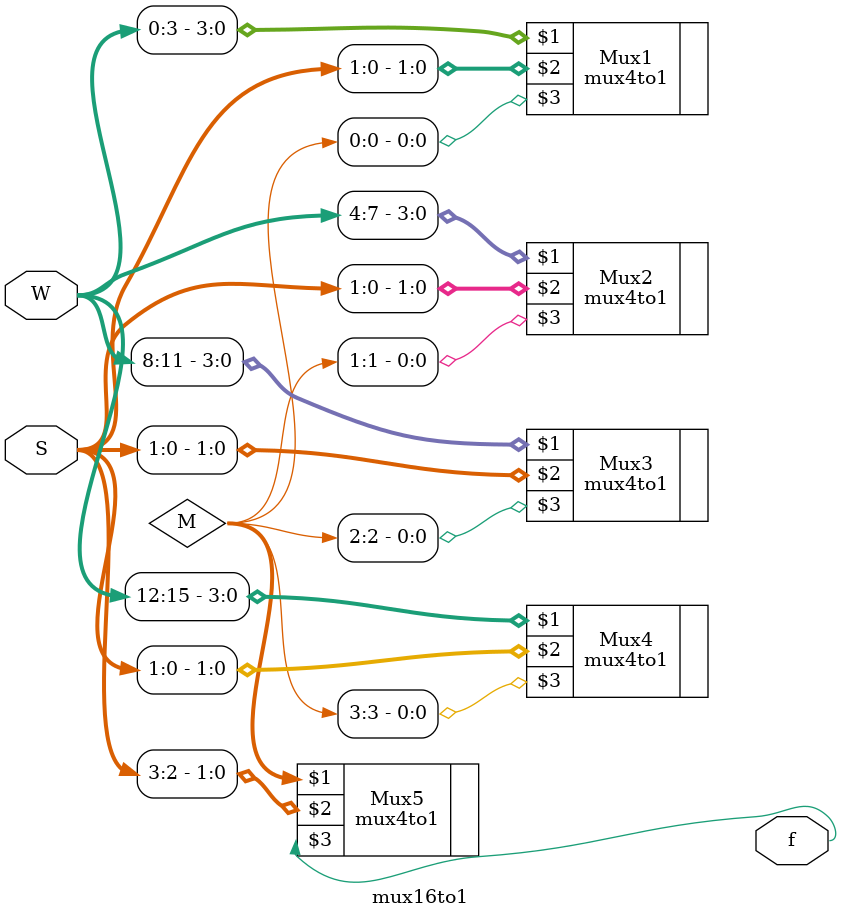
<source format=v>
module mux16to1 (W, S, f);
	input [0:15]W;
	input [3:0] S;
	output f;
	wire [0:3] M;

	mux4to1 Mux1 (W[0:3], S[1:0], M[0]);
	mux4to1 Mux2 (W[4:7], S[1:0], M[1]);
	mux4to1 Mux3 (W[8:11], S[1:0], M[2]);
	mux4to1 Mux4 (W[12:15], S[1:0], M[3]);
	mux4to1 Mux5 (M[0:3], S[3:2], f);

endmodule


</source>
